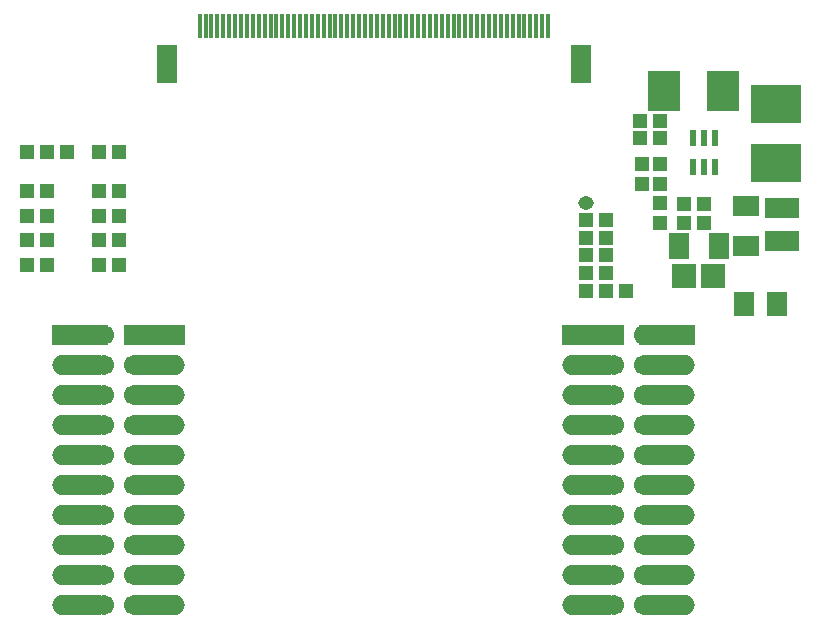
<source format=gbs>
%FSLAX24Y24*%
%MOIN*%
G70*
G01*
G75*
G04 Layer_Color=16711935*
%ADD10C,0.0394*%
%ADD11C,0.0098*%
%ADD12C,0.0118*%
%ADD13C,0.0197*%
%ADD14R,0.0906X0.0795*%
%ADD15C,0.0591*%
%ADD16R,0.0591X0.0591*%
%ADD17R,0.0709X0.0709*%
%ADD18C,0.0217*%
%ADD19C,0.0236*%
%ADD20R,0.1772X0.0591*%
%ADD21O,0.0433X0.0394*%
%ADD22R,0.0433X0.0394*%
%ADD23R,0.0394X0.0433*%
%ADD24O,0.1772X0.0591*%
%ADD25R,0.0787X0.0591*%
%ADD26R,0.0591X0.0787*%
%ADD27R,0.1063X0.0630*%
%ADD28R,0.0984X0.1299*%
%ADD29R,0.1575X0.1181*%
%ADD30R,0.0157X0.0472*%
%ADD31R,0.0098X0.0709*%
%ADD32R,0.0630X0.1181*%
%ADD33R,0.0630X0.0709*%
%ADD34C,0.0157*%
%ADD35C,0.0079*%
%ADD36R,0.1651X0.0909*%
%ADD37C,0.0671*%
%ADD38R,0.0671X0.0671*%
%ADD39R,0.0789X0.0789*%
%ADD40R,0.1852X0.0671*%
%ADD41O,0.0513X0.0474*%
%ADD42R,0.0513X0.0474*%
%ADD43R,0.0474X0.0513*%
%ADD44O,0.1852X0.0671*%
%ADD45R,0.0867X0.0671*%
%ADD46R,0.0671X0.0867*%
%ADD47R,0.1143X0.0710*%
%ADD48R,0.1064X0.1379*%
%ADD49R,0.1655X0.1261*%
%ADD50R,0.0237X0.0552*%
%ADD51R,0.0178X0.0789*%
%ADD52R,0.0710X0.1261*%
%ADD53R,0.0710X0.0789*%
D37*
X21000Y-3000D02*
D03*
X20000Y-4000D02*
D03*
X21000D02*
D03*
X20000Y-5000D02*
D03*
X21000D02*
D03*
X20000Y-6000D02*
D03*
X21000D02*
D03*
X20000Y-7000D02*
D03*
X21000D02*
D03*
X20000Y-8000D02*
D03*
X21000D02*
D03*
X20000Y-9000D02*
D03*
X21000D02*
D03*
X20000Y-10000D02*
D03*
X21000D02*
D03*
X20000Y-11000D02*
D03*
X21000D02*
D03*
X20000Y-12000D02*
D03*
X21000D02*
D03*
X3000Y-3000D02*
D03*
X4000Y-4000D02*
D03*
X3000D02*
D03*
X4000Y-5000D02*
D03*
X3000D02*
D03*
X4000Y-6000D02*
D03*
X3000D02*
D03*
X4000Y-7000D02*
D03*
X3000D02*
D03*
X4000Y-8000D02*
D03*
X3000D02*
D03*
X4000Y-9000D02*
D03*
X3000D02*
D03*
X4000Y-10000D02*
D03*
X3000D02*
D03*
X4000Y-11000D02*
D03*
X3000D02*
D03*
X4000Y-12000D02*
D03*
X3000D02*
D03*
D38*
X20000Y-3000D02*
D03*
X4000D02*
D03*
D39*
X22335Y-1032D02*
D03*
X23319D02*
D03*
D40*
X21787Y-3000D02*
D03*
X4787D02*
D03*
X19213D02*
D03*
X2213D02*
D03*
D41*
X19087Y1398D02*
D03*
D42*
X19756Y835D02*
D03*
X19087D02*
D03*
X19752Y244D02*
D03*
X19083D02*
D03*
X19756Y-346D02*
D03*
X19087D02*
D03*
X19756Y-937D02*
D03*
X19087D02*
D03*
X21547Y4146D02*
D03*
X20878D02*
D03*
X20878Y3555D02*
D03*
X21547D02*
D03*
X23004Y740D02*
D03*
X22335D02*
D03*
X23004Y1350D02*
D03*
X22335D02*
D03*
X3512Y157D02*
D03*
X2843D02*
D03*
X3516Y-654D02*
D03*
X2846D02*
D03*
X3516Y980D02*
D03*
X2846D02*
D03*
X2846Y3110D02*
D03*
X3516D02*
D03*
X453Y1787D02*
D03*
X1122D02*
D03*
X3516Y1787D02*
D03*
X2846D02*
D03*
X19756Y-1528D02*
D03*
X20425D02*
D03*
X19756D02*
D03*
X19087D02*
D03*
X1791Y3110D02*
D03*
X1122D02*
D03*
X453D02*
D03*
X1122D02*
D03*
Y-654D02*
D03*
X453D02*
D03*
Y157D02*
D03*
X1122D02*
D03*
X453Y980D02*
D03*
X1122D02*
D03*
D43*
X20957Y2709D02*
D03*
Y2039D02*
D03*
X21547Y2709D02*
D03*
Y2039D02*
D03*
X21555Y736D02*
D03*
Y1406D02*
D03*
D44*
X21787Y-4000D02*
D03*
Y-6000D02*
D03*
Y-7000D02*
D03*
Y-8000D02*
D03*
Y-9000D02*
D03*
Y-10000D02*
D03*
Y-11000D02*
D03*
Y-12000D02*
D03*
Y-5000D02*
D03*
X4787Y-4000D02*
D03*
Y-5000D02*
D03*
Y-6000D02*
D03*
Y-7000D02*
D03*
Y-8000D02*
D03*
Y-9000D02*
D03*
Y-10000D02*
D03*
Y-11000D02*
D03*
Y-12000D02*
D03*
X19213Y-4000D02*
D03*
Y-5000D02*
D03*
Y-6000D02*
D03*
Y-7000D02*
D03*
Y-8000D02*
D03*
Y-9000D02*
D03*
Y-10000D02*
D03*
Y-11000D02*
D03*
Y-12000D02*
D03*
X2213D02*
D03*
Y-11000D02*
D03*
Y-10000D02*
D03*
Y-9000D02*
D03*
Y-8000D02*
D03*
Y-7000D02*
D03*
Y-6000D02*
D03*
Y-5000D02*
D03*
Y-4000D02*
D03*
D45*
X24421Y-28D02*
D03*
Y1311D02*
D03*
D46*
X23516Y-30D02*
D03*
X22177D02*
D03*
D47*
X25602Y1232D02*
D03*
Y130D02*
D03*
D48*
X21666Y5147D02*
D03*
X23634D02*
D03*
D49*
X25425Y2728D02*
D03*
Y4697D02*
D03*
D50*
X23379Y3557D02*
D03*
X23005D02*
D03*
X22631Y2612D02*
D03*
X23379D02*
D03*
X22631Y3557D02*
D03*
X23005Y2612D02*
D03*
D51*
X15845Y7287D02*
D03*
X15648D02*
D03*
X15451D02*
D03*
X14467D02*
D03*
X14270D02*
D03*
X12892D02*
D03*
X12695D02*
D03*
X11317D02*
D03*
X11121D02*
D03*
X6987D02*
D03*
X6790D02*
D03*
X8365D02*
D03*
X9940D02*
D03*
X10136D02*
D03*
X10530D02*
D03*
X11908D02*
D03*
X14073D02*
D03*
X17617D02*
D03*
X17814D02*
D03*
X17420D02*
D03*
X17026D02*
D03*
X16239D02*
D03*
X16042D02*
D03*
X15254D02*
D03*
X15058D02*
D03*
X14861D02*
D03*
X14664D02*
D03*
X16436D02*
D03*
X17223D02*
D03*
X16632D02*
D03*
X7971D02*
D03*
X8168D02*
D03*
X8955D02*
D03*
X9152D02*
D03*
X9349D02*
D03*
X9546D02*
D03*
X9743D02*
D03*
X6593D02*
D03*
X6396D02*
D03*
X6199D02*
D03*
X13877D02*
D03*
X13680D02*
D03*
X13483D02*
D03*
X13286D02*
D03*
X13089D02*
D03*
X11514D02*
D03*
X10924D02*
D03*
X11711D02*
D03*
X12105D02*
D03*
X12302D02*
D03*
X12499D02*
D03*
X10727D02*
D03*
X10333D02*
D03*
X16829D02*
D03*
X8758D02*
D03*
X8562D02*
D03*
X7774D02*
D03*
X7577D02*
D03*
X7380D02*
D03*
X7184D02*
D03*
D52*
X18916Y6017D02*
D03*
X5097D02*
D03*
D53*
X25445Y-1965D02*
D03*
X24343D02*
D03*
M02*

</source>
